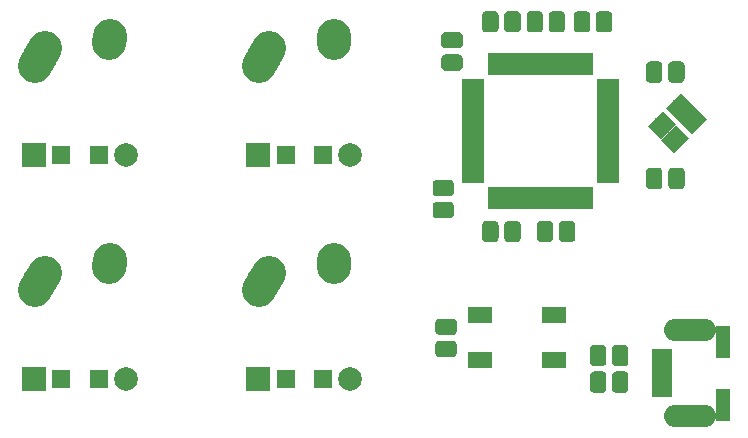
<source format=gbs>
G04 #@! TF.GenerationSoftware,KiCad,Pcbnew,(5.0.0-3-g5ebb6b6)*
G04 #@! TF.CreationDate,2018-09-23T16:07:04+01:00*
G04 #@! TF.ProjectId,PCB1,504342312E6B696361645F7063620000,rev?*
G04 #@! TF.SameCoordinates,Original*
G04 #@! TF.FileFunction,Soldermask,Bot*
G04 #@! TF.FilePolarity,Negative*
%FSLAX46Y46*%
G04 Gerber Fmt 4.6, Leading zero omitted, Abs format (unit mm)*
G04 Created by KiCad (PCBNEW (5.0.0-3-g5ebb6b6)) date Sunday, 23 September 2018 at 16:07:04*
%MOMM*%
%LPD*%
G01*
G04 APERTURE LIST*
%ADD10C,0.100000*%
%ADD11C,1.375000*%
%ADD12R,1.600000X1.600000*%
%ADD13R,2.000000X2.000000*%
%ADD14C,2.000000*%
%ADD15R,1.200000X2.750000*%
%ADD16R,1.800000X0.900000*%
%ADD17O,4.400000X1.900000*%
%ADD18C,2.900000*%
%ADD19C,2.900000*%
%ADD20R,2.100000X1.400000*%
%ADD21R,0.950000X1.900000*%
%ADD22R,1.900000X0.950000*%
%ADD23C,1.550000*%
G04 APERTURE END LIST*
D10*
G04 #@! TO.C,C1*
G36*
X160377443Y-54601655D02*
X160410812Y-54606605D01*
X160443535Y-54614802D01*
X160475297Y-54626166D01*
X160505793Y-54640590D01*
X160534727Y-54657932D01*
X160561823Y-54678028D01*
X160586818Y-54700682D01*
X160609472Y-54725677D01*
X160629568Y-54752773D01*
X160646910Y-54781707D01*
X160661334Y-54812203D01*
X160672698Y-54843965D01*
X160680895Y-54876688D01*
X160685845Y-54910057D01*
X160687500Y-54943750D01*
X160687500Y-56056250D01*
X160685845Y-56089943D01*
X160680895Y-56123312D01*
X160672698Y-56156035D01*
X160661334Y-56187797D01*
X160646910Y-56218293D01*
X160629568Y-56247227D01*
X160609472Y-56274323D01*
X160586818Y-56299318D01*
X160561823Y-56321972D01*
X160534727Y-56342068D01*
X160505793Y-56359410D01*
X160475297Y-56373834D01*
X160443535Y-56385198D01*
X160410812Y-56393395D01*
X160377443Y-56398345D01*
X160343750Y-56400000D01*
X159656250Y-56400000D01*
X159622557Y-56398345D01*
X159589188Y-56393395D01*
X159556465Y-56385198D01*
X159524703Y-56373834D01*
X159494207Y-56359410D01*
X159465273Y-56342068D01*
X159438177Y-56321972D01*
X159413182Y-56299318D01*
X159390528Y-56274323D01*
X159370432Y-56247227D01*
X159353090Y-56218293D01*
X159338666Y-56187797D01*
X159327302Y-56156035D01*
X159319105Y-56123312D01*
X159314155Y-56089943D01*
X159312500Y-56056250D01*
X159312500Y-54943750D01*
X159314155Y-54910057D01*
X159319105Y-54876688D01*
X159327302Y-54843965D01*
X159338666Y-54812203D01*
X159353090Y-54781707D01*
X159370432Y-54752773D01*
X159390528Y-54725677D01*
X159413182Y-54700682D01*
X159438177Y-54678028D01*
X159465273Y-54657932D01*
X159494207Y-54640590D01*
X159524703Y-54626166D01*
X159556465Y-54614802D01*
X159589188Y-54606605D01*
X159622557Y-54601655D01*
X159656250Y-54600000D01*
X160343750Y-54600000D01*
X160377443Y-54601655D01*
X160377443Y-54601655D01*
G37*
D11*
X160000000Y-55500000D03*
D10*
G36*
X158502443Y-54601655D02*
X158535812Y-54606605D01*
X158568535Y-54614802D01*
X158600297Y-54626166D01*
X158630793Y-54640590D01*
X158659727Y-54657932D01*
X158686823Y-54678028D01*
X158711818Y-54700682D01*
X158734472Y-54725677D01*
X158754568Y-54752773D01*
X158771910Y-54781707D01*
X158786334Y-54812203D01*
X158797698Y-54843965D01*
X158805895Y-54876688D01*
X158810845Y-54910057D01*
X158812500Y-54943750D01*
X158812500Y-56056250D01*
X158810845Y-56089943D01*
X158805895Y-56123312D01*
X158797698Y-56156035D01*
X158786334Y-56187797D01*
X158771910Y-56218293D01*
X158754568Y-56247227D01*
X158734472Y-56274323D01*
X158711818Y-56299318D01*
X158686823Y-56321972D01*
X158659727Y-56342068D01*
X158630793Y-56359410D01*
X158600297Y-56373834D01*
X158568535Y-56385198D01*
X158535812Y-56393395D01*
X158502443Y-56398345D01*
X158468750Y-56400000D01*
X157781250Y-56400000D01*
X157747557Y-56398345D01*
X157714188Y-56393395D01*
X157681465Y-56385198D01*
X157649703Y-56373834D01*
X157619207Y-56359410D01*
X157590273Y-56342068D01*
X157563177Y-56321972D01*
X157538182Y-56299318D01*
X157515528Y-56274323D01*
X157495432Y-56247227D01*
X157478090Y-56218293D01*
X157463666Y-56187797D01*
X157452302Y-56156035D01*
X157444105Y-56123312D01*
X157439155Y-56089943D01*
X157437500Y-56056250D01*
X157437500Y-54943750D01*
X157439155Y-54910057D01*
X157444105Y-54876688D01*
X157452302Y-54843965D01*
X157463666Y-54812203D01*
X157478090Y-54781707D01*
X157495432Y-54752773D01*
X157515528Y-54725677D01*
X157538182Y-54700682D01*
X157563177Y-54678028D01*
X157590273Y-54657932D01*
X157619207Y-54640590D01*
X157649703Y-54626166D01*
X157681465Y-54614802D01*
X157714188Y-54606605D01*
X157747557Y-54601655D01*
X157781250Y-54600000D01*
X158468750Y-54600000D01*
X158502443Y-54601655D01*
X158502443Y-54601655D01*
G37*
D11*
X158125000Y-55500000D03*
G04 #@! TD*
D10*
G04 #@! TO.C,C2*
G36*
X158502443Y-63601655D02*
X158535812Y-63606605D01*
X158568535Y-63614802D01*
X158600297Y-63626166D01*
X158630793Y-63640590D01*
X158659727Y-63657932D01*
X158686823Y-63678028D01*
X158711818Y-63700682D01*
X158734472Y-63725677D01*
X158754568Y-63752773D01*
X158771910Y-63781707D01*
X158786334Y-63812203D01*
X158797698Y-63843965D01*
X158805895Y-63876688D01*
X158810845Y-63910057D01*
X158812500Y-63943750D01*
X158812500Y-65056250D01*
X158810845Y-65089943D01*
X158805895Y-65123312D01*
X158797698Y-65156035D01*
X158786334Y-65187797D01*
X158771910Y-65218293D01*
X158754568Y-65247227D01*
X158734472Y-65274323D01*
X158711818Y-65299318D01*
X158686823Y-65321972D01*
X158659727Y-65342068D01*
X158630793Y-65359410D01*
X158600297Y-65373834D01*
X158568535Y-65385198D01*
X158535812Y-65393395D01*
X158502443Y-65398345D01*
X158468750Y-65400000D01*
X157781250Y-65400000D01*
X157747557Y-65398345D01*
X157714188Y-65393395D01*
X157681465Y-65385198D01*
X157649703Y-65373834D01*
X157619207Y-65359410D01*
X157590273Y-65342068D01*
X157563177Y-65321972D01*
X157538182Y-65299318D01*
X157515528Y-65274323D01*
X157495432Y-65247227D01*
X157478090Y-65218293D01*
X157463666Y-65187797D01*
X157452302Y-65156035D01*
X157444105Y-65123312D01*
X157439155Y-65089943D01*
X157437500Y-65056250D01*
X157437500Y-63943750D01*
X157439155Y-63910057D01*
X157444105Y-63876688D01*
X157452302Y-63843965D01*
X157463666Y-63812203D01*
X157478090Y-63781707D01*
X157495432Y-63752773D01*
X157515528Y-63725677D01*
X157538182Y-63700682D01*
X157563177Y-63678028D01*
X157590273Y-63657932D01*
X157619207Y-63640590D01*
X157649703Y-63626166D01*
X157681465Y-63614802D01*
X157714188Y-63606605D01*
X157747557Y-63601655D01*
X157781250Y-63600000D01*
X158468750Y-63600000D01*
X158502443Y-63601655D01*
X158502443Y-63601655D01*
G37*
D11*
X158125000Y-64500000D03*
D10*
G36*
X160377443Y-63601655D02*
X160410812Y-63606605D01*
X160443535Y-63614802D01*
X160475297Y-63626166D01*
X160505793Y-63640590D01*
X160534727Y-63657932D01*
X160561823Y-63678028D01*
X160586818Y-63700682D01*
X160609472Y-63725677D01*
X160629568Y-63752773D01*
X160646910Y-63781707D01*
X160661334Y-63812203D01*
X160672698Y-63843965D01*
X160680895Y-63876688D01*
X160685845Y-63910057D01*
X160687500Y-63943750D01*
X160687500Y-65056250D01*
X160685845Y-65089943D01*
X160680895Y-65123312D01*
X160672698Y-65156035D01*
X160661334Y-65187797D01*
X160646910Y-65218293D01*
X160629568Y-65247227D01*
X160609472Y-65274323D01*
X160586818Y-65299318D01*
X160561823Y-65321972D01*
X160534727Y-65342068D01*
X160505793Y-65359410D01*
X160475297Y-65373834D01*
X160443535Y-65385198D01*
X160410812Y-65393395D01*
X160377443Y-65398345D01*
X160343750Y-65400000D01*
X159656250Y-65400000D01*
X159622557Y-65398345D01*
X159589188Y-65393395D01*
X159556465Y-65385198D01*
X159524703Y-65373834D01*
X159494207Y-65359410D01*
X159465273Y-65342068D01*
X159438177Y-65321972D01*
X159413182Y-65299318D01*
X159390528Y-65274323D01*
X159370432Y-65247227D01*
X159353090Y-65218293D01*
X159338666Y-65187797D01*
X159327302Y-65156035D01*
X159319105Y-65123312D01*
X159314155Y-65089943D01*
X159312500Y-65056250D01*
X159312500Y-63943750D01*
X159314155Y-63910057D01*
X159319105Y-63876688D01*
X159327302Y-63843965D01*
X159338666Y-63812203D01*
X159353090Y-63781707D01*
X159370432Y-63752773D01*
X159390528Y-63725677D01*
X159413182Y-63700682D01*
X159438177Y-63678028D01*
X159465273Y-63657932D01*
X159494207Y-63640590D01*
X159524703Y-63626166D01*
X159556465Y-63614802D01*
X159589188Y-63606605D01*
X159622557Y-63601655D01*
X159656250Y-63600000D01*
X160343750Y-63600000D01*
X160377443Y-63601655D01*
X160377443Y-63601655D01*
G37*
D11*
X160000000Y-64500000D03*
G04 #@! TD*
D10*
G04 #@! TO.C,C3*
G36*
X144627443Y-50351655D02*
X144660812Y-50356605D01*
X144693535Y-50364802D01*
X144725297Y-50376166D01*
X144755793Y-50390590D01*
X144784727Y-50407932D01*
X144811823Y-50428028D01*
X144836818Y-50450682D01*
X144859472Y-50475677D01*
X144879568Y-50502773D01*
X144896910Y-50531707D01*
X144911334Y-50562203D01*
X144922698Y-50593965D01*
X144930895Y-50626688D01*
X144935845Y-50660057D01*
X144937500Y-50693750D01*
X144937500Y-51806250D01*
X144935845Y-51839943D01*
X144930895Y-51873312D01*
X144922698Y-51906035D01*
X144911334Y-51937797D01*
X144896910Y-51968293D01*
X144879568Y-51997227D01*
X144859472Y-52024323D01*
X144836818Y-52049318D01*
X144811823Y-52071972D01*
X144784727Y-52092068D01*
X144755793Y-52109410D01*
X144725297Y-52123834D01*
X144693535Y-52135198D01*
X144660812Y-52143395D01*
X144627443Y-52148345D01*
X144593750Y-52150000D01*
X143906250Y-52150000D01*
X143872557Y-52148345D01*
X143839188Y-52143395D01*
X143806465Y-52135198D01*
X143774703Y-52123834D01*
X143744207Y-52109410D01*
X143715273Y-52092068D01*
X143688177Y-52071972D01*
X143663182Y-52049318D01*
X143640528Y-52024323D01*
X143620432Y-51997227D01*
X143603090Y-51968293D01*
X143588666Y-51937797D01*
X143577302Y-51906035D01*
X143569105Y-51873312D01*
X143564155Y-51839943D01*
X143562500Y-51806250D01*
X143562500Y-50693750D01*
X143564155Y-50660057D01*
X143569105Y-50626688D01*
X143577302Y-50593965D01*
X143588666Y-50562203D01*
X143603090Y-50531707D01*
X143620432Y-50502773D01*
X143640528Y-50475677D01*
X143663182Y-50450682D01*
X143688177Y-50428028D01*
X143715273Y-50407932D01*
X143744207Y-50390590D01*
X143774703Y-50376166D01*
X143806465Y-50364802D01*
X143839188Y-50356605D01*
X143872557Y-50351655D01*
X143906250Y-50350000D01*
X144593750Y-50350000D01*
X144627443Y-50351655D01*
X144627443Y-50351655D01*
G37*
D11*
X144250000Y-51250000D03*
D10*
G36*
X146502443Y-50351655D02*
X146535812Y-50356605D01*
X146568535Y-50364802D01*
X146600297Y-50376166D01*
X146630793Y-50390590D01*
X146659727Y-50407932D01*
X146686823Y-50428028D01*
X146711818Y-50450682D01*
X146734472Y-50475677D01*
X146754568Y-50502773D01*
X146771910Y-50531707D01*
X146786334Y-50562203D01*
X146797698Y-50593965D01*
X146805895Y-50626688D01*
X146810845Y-50660057D01*
X146812500Y-50693750D01*
X146812500Y-51806250D01*
X146810845Y-51839943D01*
X146805895Y-51873312D01*
X146797698Y-51906035D01*
X146786334Y-51937797D01*
X146771910Y-51968293D01*
X146754568Y-51997227D01*
X146734472Y-52024323D01*
X146711818Y-52049318D01*
X146686823Y-52071972D01*
X146659727Y-52092068D01*
X146630793Y-52109410D01*
X146600297Y-52123834D01*
X146568535Y-52135198D01*
X146535812Y-52143395D01*
X146502443Y-52148345D01*
X146468750Y-52150000D01*
X145781250Y-52150000D01*
X145747557Y-52148345D01*
X145714188Y-52143395D01*
X145681465Y-52135198D01*
X145649703Y-52123834D01*
X145619207Y-52109410D01*
X145590273Y-52092068D01*
X145563177Y-52071972D01*
X145538182Y-52049318D01*
X145515528Y-52024323D01*
X145495432Y-51997227D01*
X145478090Y-51968293D01*
X145463666Y-51937797D01*
X145452302Y-51906035D01*
X145444105Y-51873312D01*
X145439155Y-51839943D01*
X145437500Y-51806250D01*
X145437500Y-50693750D01*
X145439155Y-50660057D01*
X145444105Y-50626688D01*
X145452302Y-50593965D01*
X145463666Y-50562203D01*
X145478090Y-50531707D01*
X145495432Y-50502773D01*
X145515528Y-50475677D01*
X145538182Y-50450682D01*
X145563177Y-50428028D01*
X145590273Y-50407932D01*
X145619207Y-50390590D01*
X145649703Y-50376166D01*
X145681465Y-50364802D01*
X145714188Y-50356605D01*
X145747557Y-50351655D01*
X145781250Y-50350000D01*
X146468750Y-50350000D01*
X146502443Y-50351655D01*
X146502443Y-50351655D01*
G37*
D11*
X146125000Y-51250000D03*
G04 #@! TD*
D10*
G04 #@! TO.C,C4*
G36*
X140839943Y-66501655D02*
X140873312Y-66506605D01*
X140906035Y-66514802D01*
X140937797Y-66526166D01*
X140968293Y-66540590D01*
X140997227Y-66557932D01*
X141024323Y-66578028D01*
X141049318Y-66600682D01*
X141071972Y-66625677D01*
X141092068Y-66652773D01*
X141109410Y-66681707D01*
X141123834Y-66712203D01*
X141135198Y-66743965D01*
X141143395Y-66776688D01*
X141148345Y-66810057D01*
X141150000Y-66843750D01*
X141150000Y-67531250D01*
X141148345Y-67564943D01*
X141143395Y-67598312D01*
X141135198Y-67631035D01*
X141123834Y-67662797D01*
X141109410Y-67693293D01*
X141092068Y-67722227D01*
X141071972Y-67749323D01*
X141049318Y-67774318D01*
X141024323Y-67796972D01*
X140997227Y-67817068D01*
X140968293Y-67834410D01*
X140937797Y-67848834D01*
X140906035Y-67860198D01*
X140873312Y-67868395D01*
X140839943Y-67873345D01*
X140806250Y-67875000D01*
X139693750Y-67875000D01*
X139660057Y-67873345D01*
X139626688Y-67868395D01*
X139593965Y-67860198D01*
X139562203Y-67848834D01*
X139531707Y-67834410D01*
X139502773Y-67817068D01*
X139475677Y-67796972D01*
X139450682Y-67774318D01*
X139428028Y-67749323D01*
X139407932Y-67722227D01*
X139390590Y-67693293D01*
X139376166Y-67662797D01*
X139364802Y-67631035D01*
X139356605Y-67598312D01*
X139351655Y-67564943D01*
X139350000Y-67531250D01*
X139350000Y-66843750D01*
X139351655Y-66810057D01*
X139356605Y-66776688D01*
X139364802Y-66743965D01*
X139376166Y-66712203D01*
X139390590Y-66681707D01*
X139407932Y-66652773D01*
X139428028Y-66625677D01*
X139450682Y-66600682D01*
X139475677Y-66578028D01*
X139502773Y-66557932D01*
X139531707Y-66540590D01*
X139562203Y-66526166D01*
X139593965Y-66514802D01*
X139626688Y-66506605D01*
X139660057Y-66501655D01*
X139693750Y-66500000D01*
X140806250Y-66500000D01*
X140839943Y-66501655D01*
X140839943Y-66501655D01*
G37*
D11*
X140250000Y-67187500D03*
D10*
G36*
X140839943Y-64626655D02*
X140873312Y-64631605D01*
X140906035Y-64639802D01*
X140937797Y-64651166D01*
X140968293Y-64665590D01*
X140997227Y-64682932D01*
X141024323Y-64703028D01*
X141049318Y-64725682D01*
X141071972Y-64750677D01*
X141092068Y-64777773D01*
X141109410Y-64806707D01*
X141123834Y-64837203D01*
X141135198Y-64868965D01*
X141143395Y-64901688D01*
X141148345Y-64935057D01*
X141150000Y-64968750D01*
X141150000Y-65656250D01*
X141148345Y-65689943D01*
X141143395Y-65723312D01*
X141135198Y-65756035D01*
X141123834Y-65787797D01*
X141109410Y-65818293D01*
X141092068Y-65847227D01*
X141071972Y-65874323D01*
X141049318Y-65899318D01*
X141024323Y-65921972D01*
X140997227Y-65942068D01*
X140968293Y-65959410D01*
X140937797Y-65973834D01*
X140906035Y-65985198D01*
X140873312Y-65993395D01*
X140839943Y-65998345D01*
X140806250Y-66000000D01*
X139693750Y-66000000D01*
X139660057Y-65998345D01*
X139626688Y-65993395D01*
X139593965Y-65985198D01*
X139562203Y-65973834D01*
X139531707Y-65959410D01*
X139502773Y-65942068D01*
X139475677Y-65921972D01*
X139450682Y-65899318D01*
X139428028Y-65874323D01*
X139407932Y-65847227D01*
X139390590Y-65818293D01*
X139376166Y-65787797D01*
X139364802Y-65756035D01*
X139356605Y-65723312D01*
X139351655Y-65689943D01*
X139350000Y-65656250D01*
X139350000Y-64968750D01*
X139351655Y-64935057D01*
X139356605Y-64901688D01*
X139364802Y-64868965D01*
X139376166Y-64837203D01*
X139390590Y-64806707D01*
X139407932Y-64777773D01*
X139428028Y-64750677D01*
X139450682Y-64725682D01*
X139475677Y-64703028D01*
X139502773Y-64682932D01*
X139531707Y-64665590D01*
X139562203Y-64651166D01*
X139593965Y-64639802D01*
X139626688Y-64631605D01*
X139660057Y-64626655D01*
X139693750Y-64625000D01*
X140806250Y-64625000D01*
X140839943Y-64626655D01*
X140839943Y-64626655D01*
G37*
D11*
X140250000Y-65312500D03*
G04 #@! TD*
D10*
G04 #@! TO.C,C5*
G36*
X151127443Y-68101655D02*
X151160812Y-68106605D01*
X151193535Y-68114802D01*
X151225297Y-68126166D01*
X151255793Y-68140590D01*
X151284727Y-68157932D01*
X151311823Y-68178028D01*
X151336818Y-68200682D01*
X151359472Y-68225677D01*
X151379568Y-68252773D01*
X151396910Y-68281707D01*
X151411334Y-68312203D01*
X151422698Y-68343965D01*
X151430895Y-68376688D01*
X151435845Y-68410057D01*
X151437500Y-68443750D01*
X151437500Y-69556250D01*
X151435845Y-69589943D01*
X151430895Y-69623312D01*
X151422698Y-69656035D01*
X151411334Y-69687797D01*
X151396910Y-69718293D01*
X151379568Y-69747227D01*
X151359472Y-69774323D01*
X151336818Y-69799318D01*
X151311823Y-69821972D01*
X151284727Y-69842068D01*
X151255793Y-69859410D01*
X151225297Y-69873834D01*
X151193535Y-69885198D01*
X151160812Y-69893395D01*
X151127443Y-69898345D01*
X151093750Y-69900000D01*
X150406250Y-69900000D01*
X150372557Y-69898345D01*
X150339188Y-69893395D01*
X150306465Y-69885198D01*
X150274703Y-69873834D01*
X150244207Y-69859410D01*
X150215273Y-69842068D01*
X150188177Y-69821972D01*
X150163182Y-69799318D01*
X150140528Y-69774323D01*
X150120432Y-69747227D01*
X150103090Y-69718293D01*
X150088666Y-69687797D01*
X150077302Y-69656035D01*
X150069105Y-69623312D01*
X150064155Y-69589943D01*
X150062500Y-69556250D01*
X150062500Y-68443750D01*
X150064155Y-68410057D01*
X150069105Y-68376688D01*
X150077302Y-68343965D01*
X150088666Y-68312203D01*
X150103090Y-68281707D01*
X150120432Y-68252773D01*
X150140528Y-68225677D01*
X150163182Y-68200682D01*
X150188177Y-68178028D01*
X150215273Y-68157932D01*
X150244207Y-68140590D01*
X150274703Y-68126166D01*
X150306465Y-68114802D01*
X150339188Y-68106605D01*
X150372557Y-68101655D01*
X150406250Y-68100000D01*
X151093750Y-68100000D01*
X151127443Y-68101655D01*
X151127443Y-68101655D01*
G37*
D11*
X150750000Y-69000000D03*
D10*
G36*
X149252443Y-68101655D02*
X149285812Y-68106605D01*
X149318535Y-68114802D01*
X149350297Y-68126166D01*
X149380793Y-68140590D01*
X149409727Y-68157932D01*
X149436823Y-68178028D01*
X149461818Y-68200682D01*
X149484472Y-68225677D01*
X149504568Y-68252773D01*
X149521910Y-68281707D01*
X149536334Y-68312203D01*
X149547698Y-68343965D01*
X149555895Y-68376688D01*
X149560845Y-68410057D01*
X149562500Y-68443750D01*
X149562500Y-69556250D01*
X149560845Y-69589943D01*
X149555895Y-69623312D01*
X149547698Y-69656035D01*
X149536334Y-69687797D01*
X149521910Y-69718293D01*
X149504568Y-69747227D01*
X149484472Y-69774323D01*
X149461818Y-69799318D01*
X149436823Y-69821972D01*
X149409727Y-69842068D01*
X149380793Y-69859410D01*
X149350297Y-69873834D01*
X149318535Y-69885198D01*
X149285812Y-69893395D01*
X149252443Y-69898345D01*
X149218750Y-69900000D01*
X148531250Y-69900000D01*
X148497557Y-69898345D01*
X148464188Y-69893395D01*
X148431465Y-69885198D01*
X148399703Y-69873834D01*
X148369207Y-69859410D01*
X148340273Y-69842068D01*
X148313177Y-69821972D01*
X148288182Y-69799318D01*
X148265528Y-69774323D01*
X148245432Y-69747227D01*
X148228090Y-69718293D01*
X148213666Y-69687797D01*
X148202302Y-69656035D01*
X148194105Y-69623312D01*
X148189155Y-69589943D01*
X148187500Y-69556250D01*
X148187500Y-68443750D01*
X148189155Y-68410057D01*
X148194105Y-68376688D01*
X148202302Y-68343965D01*
X148213666Y-68312203D01*
X148228090Y-68281707D01*
X148245432Y-68252773D01*
X148265528Y-68225677D01*
X148288182Y-68200682D01*
X148313177Y-68178028D01*
X148340273Y-68157932D01*
X148369207Y-68140590D01*
X148399703Y-68126166D01*
X148431465Y-68114802D01*
X148464188Y-68106605D01*
X148497557Y-68101655D01*
X148531250Y-68100000D01*
X149218750Y-68100000D01*
X149252443Y-68101655D01*
X149252443Y-68101655D01*
G37*
D11*
X148875000Y-69000000D03*
G04 #@! TD*
D10*
G04 #@! TO.C,C6*
G36*
X154252443Y-50351655D02*
X154285812Y-50356605D01*
X154318535Y-50364802D01*
X154350297Y-50376166D01*
X154380793Y-50390590D01*
X154409727Y-50407932D01*
X154436823Y-50428028D01*
X154461818Y-50450682D01*
X154484472Y-50475677D01*
X154504568Y-50502773D01*
X154521910Y-50531707D01*
X154536334Y-50562203D01*
X154547698Y-50593965D01*
X154555895Y-50626688D01*
X154560845Y-50660057D01*
X154562500Y-50693750D01*
X154562500Y-51806250D01*
X154560845Y-51839943D01*
X154555895Y-51873312D01*
X154547698Y-51906035D01*
X154536334Y-51937797D01*
X154521910Y-51968293D01*
X154504568Y-51997227D01*
X154484472Y-52024323D01*
X154461818Y-52049318D01*
X154436823Y-52071972D01*
X154409727Y-52092068D01*
X154380793Y-52109410D01*
X154350297Y-52123834D01*
X154318535Y-52135198D01*
X154285812Y-52143395D01*
X154252443Y-52148345D01*
X154218750Y-52150000D01*
X153531250Y-52150000D01*
X153497557Y-52148345D01*
X153464188Y-52143395D01*
X153431465Y-52135198D01*
X153399703Y-52123834D01*
X153369207Y-52109410D01*
X153340273Y-52092068D01*
X153313177Y-52071972D01*
X153288182Y-52049318D01*
X153265528Y-52024323D01*
X153245432Y-51997227D01*
X153228090Y-51968293D01*
X153213666Y-51937797D01*
X153202302Y-51906035D01*
X153194105Y-51873312D01*
X153189155Y-51839943D01*
X153187500Y-51806250D01*
X153187500Y-50693750D01*
X153189155Y-50660057D01*
X153194105Y-50626688D01*
X153202302Y-50593965D01*
X153213666Y-50562203D01*
X153228090Y-50531707D01*
X153245432Y-50502773D01*
X153265528Y-50475677D01*
X153288182Y-50450682D01*
X153313177Y-50428028D01*
X153340273Y-50407932D01*
X153369207Y-50390590D01*
X153399703Y-50376166D01*
X153431465Y-50364802D01*
X153464188Y-50356605D01*
X153497557Y-50351655D01*
X153531250Y-50350000D01*
X154218750Y-50350000D01*
X154252443Y-50351655D01*
X154252443Y-50351655D01*
G37*
D11*
X153875000Y-51250000D03*
D10*
G36*
X152377443Y-50351655D02*
X152410812Y-50356605D01*
X152443535Y-50364802D01*
X152475297Y-50376166D01*
X152505793Y-50390590D01*
X152534727Y-50407932D01*
X152561823Y-50428028D01*
X152586818Y-50450682D01*
X152609472Y-50475677D01*
X152629568Y-50502773D01*
X152646910Y-50531707D01*
X152661334Y-50562203D01*
X152672698Y-50593965D01*
X152680895Y-50626688D01*
X152685845Y-50660057D01*
X152687500Y-50693750D01*
X152687500Y-51806250D01*
X152685845Y-51839943D01*
X152680895Y-51873312D01*
X152672698Y-51906035D01*
X152661334Y-51937797D01*
X152646910Y-51968293D01*
X152629568Y-51997227D01*
X152609472Y-52024323D01*
X152586818Y-52049318D01*
X152561823Y-52071972D01*
X152534727Y-52092068D01*
X152505793Y-52109410D01*
X152475297Y-52123834D01*
X152443535Y-52135198D01*
X152410812Y-52143395D01*
X152377443Y-52148345D01*
X152343750Y-52150000D01*
X151656250Y-52150000D01*
X151622557Y-52148345D01*
X151589188Y-52143395D01*
X151556465Y-52135198D01*
X151524703Y-52123834D01*
X151494207Y-52109410D01*
X151465273Y-52092068D01*
X151438177Y-52071972D01*
X151413182Y-52049318D01*
X151390528Y-52024323D01*
X151370432Y-51997227D01*
X151353090Y-51968293D01*
X151338666Y-51937797D01*
X151327302Y-51906035D01*
X151319105Y-51873312D01*
X151314155Y-51839943D01*
X151312500Y-51806250D01*
X151312500Y-50693750D01*
X151314155Y-50660057D01*
X151319105Y-50626688D01*
X151327302Y-50593965D01*
X151338666Y-50562203D01*
X151353090Y-50531707D01*
X151370432Y-50502773D01*
X151390528Y-50475677D01*
X151413182Y-50450682D01*
X151438177Y-50428028D01*
X151465273Y-50407932D01*
X151494207Y-50390590D01*
X151524703Y-50376166D01*
X151556465Y-50364802D01*
X151589188Y-50356605D01*
X151622557Y-50351655D01*
X151656250Y-50350000D01*
X152343750Y-50350000D01*
X152377443Y-50351655D01*
X152377443Y-50351655D01*
G37*
D11*
X152000000Y-51250000D03*
G04 #@! TD*
D10*
G04 #@! TO.C,C7*
G36*
X141589943Y-52126655D02*
X141623312Y-52131605D01*
X141656035Y-52139802D01*
X141687797Y-52151166D01*
X141718293Y-52165590D01*
X141747227Y-52182932D01*
X141774323Y-52203028D01*
X141799318Y-52225682D01*
X141821972Y-52250677D01*
X141842068Y-52277773D01*
X141859410Y-52306707D01*
X141873834Y-52337203D01*
X141885198Y-52368965D01*
X141893395Y-52401688D01*
X141898345Y-52435057D01*
X141900000Y-52468750D01*
X141900000Y-53156250D01*
X141898345Y-53189943D01*
X141893395Y-53223312D01*
X141885198Y-53256035D01*
X141873834Y-53287797D01*
X141859410Y-53318293D01*
X141842068Y-53347227D01*
X141821972Y-53374323D01*
X141799318Y-53399318D01*
X141774323Y-53421972D01*
X141747227Y-53442068D01*
X141718293Y-53459410D01*
X141687797Y-53473834D01*
X141656035Y-53485198D01*
X141623312Y-53493395D01*
X141589943Y-53498345D01*
X141556250Y-53500000D01*
X140443750Y-53500000D01*
X140410057Y-53498345D01*
X140376688Y-53493395D01*
X140343965Y-53485198D01*
X140312203Y-53473834D01*
X140281707Y-53459410D01*
X140252773Y-53442068D01*
X140225677Y-53421972D01*
X140200682Y-53399318D01*
X140178028Y-53374323D01*
X140157932Y-53347227D01*
X140140590Y-53318293D01*
X140126166Y-53287797D01*
X140114802Y-53256035D01*
X140106605Y-53223312D01*
X140101655Y-53189943D01*
X140100000Y-53156250D01*
X140100000Y-52468750D01*
X140101655Y-52435057D01*
X140106605Y-52401688D01*
X140114802Y-52368965D01*
X140126166Y-52337203D01*
X140140590Y-52306707D01*
X140157932Y-52277773D01*
X140178028Y-52250677D01*
X140200682Y-52225682D01*
X140225677Y-52203028D01*
X140252773Y-52182932D01*
X140281707Y-52165590D01*
X140312203Y-52151166D01*
X140343965Y-52139802D01*
X140376688Y-52131605D01*
X140410057Y-52126655D01*
X140443750Y-52125000D01*
X141556250Y-52125000D01*
X141589943Y-52126655D01*
X141589943Y-52126655D01*
G37*
D11*
X141000000Y-52812500D03*
D10*
G36*
X141589943Y-54001655D02*
X141623312Y-54006605D01*
X141656035Y-54014802D01*
X141687797Y-54026166D01*
X141718293Y-54040590D01*
X141747227Y-54057932D01*
X141774323Y-54078028D01*
X141799318Y-54100682D01*
X141821972Y-54125677D01*
X141842068Y-54152773D01*
X141859410Y-54181707D01*
X141873834Y-54212203D01*
X141885198Y-54243965D01*
X141893395Y-54276688D01*
X141898345Y-54310057D01*
X141900000Y-54343750D01*
X141900000Y-55031250D01*
X141898345Y-55064943D01*
X141893395Y-55098312D01*
X141885198Y-55131035D01*
X141873834Y-55162797D01*
X141859410Y-55193293D01*
X141842068Y-55222227D01*
X141821972Y-55249323D01*
X141799318Y-55274318D01*
X141774323Y-55296972D01*
X141747227Y-55317068D01*
X141718293Y-55334410D01*
X141687797Y-55348834D01*
X141656035Y-55360198D01*
X141623312Y-55368395D01*
X141589943Y-55373345D01*
X141556250Y-55375000D01*
X140443750Y-55375000D01*
X140410057Y-55373345D01*
X140376688Y-55368395D01*
X140343965Y-55360198D01*
X140312203Y-55348834D01*
X140281707Y-55334410D01*
X140252773Y-55317068D01*
X140225677Y-55296972D01*
X140200682Y-55274318D01*
X140178028Y-55249323D01*
X140157932Y-55222227D01*
X140140590Y-55193293D01*
X140126166Y-55162797D01*
X140114802Y-55131035D01*
X140106605Y-55098312D01*
X140101655Y-55064943D01*
X140100000Y-55031250D01*
X140100000Y-54343750D01*
X140101655Y-54310057D01*
X140106605Y-54276688D01*
X140114802Y-54243965D01*
X140126166Y-54212203D01*
X140140590Y-54181707D01*
X140157932Y-54152773D01*
X140178028Y-54125677D01*
X140200682Y-54100682D01*
X140225677Y-54078028D01*
X140252773Y-54057932D01*
X140281707Y-54040590D01*
X140312203Y-54026166D01*
X140343965Y-54014802D01*
X140376688Y-54006605D01*
X140410057Y-54001655D01*
X140443750Y-54000000D01*
X141556250Y-54000000D01*
X141589943Y-54001655D01*
X141589943Y-54001655D01*
G37*
D11*
X141000000Y-54687500D03*
G04 #@! TD*
D10*
G04 #@! TO.C,C8*
G36*
X148377443Y-50351655D02*
X148410812Y-50356605D01*
X148443535Y-50364802D01*
X148475297Y-50376166D01*
X148505793Y-50390590D01*
X148534727Y-50407932D01*
X148561823Y-50428028D01*
X148586818Y-50450682D01*
X148609472Y-50475677D01*
X148629568Y-50502773D01*
X148646910Y-50531707D01*
X148661334Y-50562203D01*
X148672698Y-50593965D01*
X148680895Y-50626688D01*
X148685845Y-50660057D01*
X148687500Y-50693750D01*
X148687500Y-51806250D01*
X148685845Y-51839943D01*
X148680895Y-51873312D01*
X148672698Y-51906035D01*
X148661334Y-51937797D01*
X148646910Y-51968293D01*
X148629568Y-51997227D01*
X148609472Y-52024323D01*
X148586818Y-52049318D01*
X148561823Y-52071972D01*
X148534727Y-52092068D01*
X148505793Y-52109410D01*
X148475297Y-52123834D01*
X148443535Y-52135198D01*
X148410812Y-52143395D01*
X148377443Y-52148345D01*
X148343750Y-52150000D01*
X147656250Y-52150000D01*
X147622557Y-52148345D01*
X147589188Y-52143395D01*
X147556465Y-52135198D01*
X147524703Y-52123834D01*
X147494207Y-52109410D01*
X147465273Y-52092068D01*
X147438177Y-52071972D01*
X147413182Y-52049318D01*
X147390528Y-52024323D01*
X147370432Y-51997227D01*
X147353090Y-51968293D01*
X147338666Y-51937797D01*
X147327302Y-51906035D01*
X147319105Y-51873312D01*
X147314155Y-51839943D01*
X147312500Y-51806250D01*
X147312500Y-50693750D01*
X147314155Y-50660057D01*
X147319105Y-50626688D01*
X147327302Y-50593965D01*
X147338666Y-50562203D01*
X147353090Y-50531707D01*
X147370432Y-50502773D01*
X147390528Y-50475677D01*
X147413182Y-50450682D01*
X147438177Y-50428028D01*
X147465273Y-50407932D01*
X147494207Y-50390590D01*
X147524703Y-50376166D01*
X147556465Y-50364802D01*
X147589188Y-50356605D01*
X147622557Y-50351655D01*
X147656250Y-50350000D01*
X148343750Y-50350000D01*
X148377443Y-50351655D01*
X148377443Y-50351655D01*
G37*
D11*
X148000000Y-51250000D03*
D10*
G36*
X150252443Y-50351655D02*
X150285812Y-50356605D01*
X150318535Y-50364802D01*
X150350297Y-50376166D01*
X150380793Y-50390590D01*
X150409727Y-50407932D01*
X150436823Y-50428028D01*
X150461818Y-50450682D01*
X150484472Y-50475677D01*
X150504568Y-50502773D01*
X150521910Y-50531707D01*
X150536334Y-50562203D01*
X150547698Y-50593965D01*
X150555895Y-50626688D01*
X150560845Y-50660057D01*
X150562500Y-50693750D01*
X150562500Y-51806250D01*
X150560845Y-51839943D01*
X150555895Y-51873312D01*
X150547698Y-51906035D01*
X150536334Y-51937797D01*
X150521910Y-51968293D01*
X150504568Y-51997227D01*
X150484472Y-52024323D01*
X150461818Y-52049318D01*
X150436823Y-52071972D01*
X150409727Y-52092068D01*
X150380793Y-52109410D01*
X150350297Y-52123834D01*
X150318535Y-52135198D01*
X150285812Y-52143395D01*
X150252443Y-52148345D01*
X150218750Y-52150000D01*
X149531250Y-52150000D01*
X149497557Y-52148345D01*
X149464188Y-52143395D01*
X149431465Y-52135198D01*
X149399703Y-52123834D01*
X149369207Y-52109410D01*
X149340273Y-52092068D01*
X149313177Y-52071972D01*
X149288182Y-52049318D01*
X149265528Y-52024323D01*
X149245432Y-51997227D01*
X149228090Y-51968293D01*
X149213666Y-51937797D01*
X149202302Y-51906035D01*
X149194105Y-51873312D01*
X149189155Y-51839943D01*
X149187500Y-51806250D01*
X149187500Y-50693750D01*
X149189155Y-50660057D01*
X149194105Y-50626688D01*
X149202302Y-50593965D01*
X149213666Y-50562203D01*
X149228090Y-50531707D01*
X149245432Y-50502773D01*
X149265528Y-50475677D01*
X149288182Y-50450682D01*
X149313177Y-50428028D01*
X149340273Y-50407932D01*
X149369207Y-50390590D01*
X149399703Y-50376166D01*
X149431465Y-50364802D01*
X149464188Y-50356605D01*
X149497557Y-50351655D01*
X149531250Y-50350000D01*
X150218750Y-50350000D01*
X150252443Y-50351655D01*
X150252443Y-50351655D01*
G37*
D11*
X149875000Y-51250000D03*
G04 #@! TD*
D12*
G04 #@! TO.C,D1*
X111075000Y-62500000D03*
X107925000Y-62500000D03*
D13*
X105600000Y-62500000D03*
D14*
X113400000Y-62500000D03*
G04 #@! TD*
D12*
G04 #@! TO.C,D2*
X111075000Y-81500000D03*
X107925000Y-81500000D03*
D13*
X105600000Y-81500000D03*
D14*
X113400000Y-81500000D03*
G04 #@! TD*
G04 #@! TO.C,D3*
X132400000Y-62500000D03*
D13*
X124600000Y-62500000D03*
D12*
X126925000Y-62500000D03*
X130075000Y-62500000D03*
G04 #@! TD*
D14*
G04 #@! TO.C,D4*
X132400000Y-81500000D03*
D13*
X124600000Y-81500000D03*
D12*
X126925000Y-81500000D03*
X130075000Y-81500000D03*
G04 #@! TD*
D15*
G04 #@! TO.C,J1*
X163950000Y-83675000D03*
X163950000Y-78325000D03*
D16*
X158750000Y-79400000D03*
X158750000Y-80200000D03*
X158750000Y-81000000D03*
X158750000Y-81800000D03*
X158750000Y-82600000D03*
D17*
X161150000Y-77350000D03*
X161150000Y-84650000D03*
G04 #@! TD*
D18*
G04 #@! TO.C,K1*
X106095000Y-54230000D03*
D19*
X106500453Y-53500046D02*
X105689547Y-54959954D01*
D18*
X112020000Y-52710000D03*
D19*
X112039724Y-52420672D02*
X112000276Y-52999328D01*
G04 #@! TD*
D18*
G04 #@! TO.C,K2*
X106095000Y-73230000D03*
D19*
X106500453Y-72500046D02*
X105689547Y-73959954D01*
D18*
X112020000Y-71710000D03*
D19*
X112039724Y-71420672D02*
X112000276Y-71999328D01*
G04 #@! TD*
D18*
G04 #@! TO.C,K3*
X131020000Y-52710000D03*
D19*
X131039724Y-52420672D02*
X131000276Y-52999328D01*
D18*
X125095000Y-54230000D03*
D19*
X125500453Y-53500046D02*
X124689547Y-54959954D01*
G04 #@! TD*
D18*
G04 #@! TO.C,K4*
X131020000Y-71710000D03*
D19*
X131039724Y-71420672D02*
X131000276Y-71999328D01*
D18*
X125095000Y-73230000D03*
D19*
X125500453Y-72500046D02*
X124689547Y-73959954D01*
G04 #@! TD*
D10*
G04 #@! TO.C,R1*
G36*
X141089943Y-78251655D02*
X141123312Y-78256605D01*
X141156035Y-78264802D01*
X141187797Y-78276166D01*
X141218293Y-78290590D01*
X141247227Y-78307932D01*
X141274323Y-78328028D01*
X141299318Y-78350682D01*
X141321972Y-78375677D01*
X141342068Y-78402773D01*
X141359410Y-78431707D01*
X141373834Y-78462203D01*
X141385198Y-78493965D01*
X141393395Y-78526688D01*
X141398345Y-78560057D01*
X141400000Y-78593750D01*
X141400000Y-79281250D01*
X141398345Y-79314943D01*
X141393395Y-79348312D01*
X141385198Y-79381035D01*
X141373834Y-79412797D01*
X141359410Y-79443293D01*
X141342068Y-79472227D01*
X141321972Y-79499323D01*
X141299318Y-79524318D01*
X141274323Y-79546972D01*
X141247227Y-79567068D01*
X141218293Y-79584410D01*
X141187797Y-79598834D01*
X141156035Y-79610198D01*
X141123312Y-79618395D01*
X141089943Y-79623345D01*
X141056250Y-79625000D01*
X139943750Y-79625000D01*
X139910057Y-79623345D01*
X139876688Y-79618395D01*
X139843965Y-79610198D01*
X139812203Y-79598834D01*
X139781707Y-79584410D01*
X139752773Y-79567068D01*
X139725677Y-79546972D01*
X139700682Y-79524318D01*
X139678028Y-79499323D01*
X139657932Y-79472227D01*
X139640590Y-79443293D01*
X139626166Y-79412797D01*
X139614802Y-79381035D01*
X139606605Y-79348312D01*
X139601655Y-79314943D01*
X139600000Y-79281250D01*
X139600000Y-78593750D01*
X139601655Y-78560057D01*
X139606605Y-78526688D01*
X139614802Y-78493965D01*
X139626166Y-78462203D01*
X139640590Y-78431707D01*
X139657932Y-78402773D01*
X139678028Y-78375677D01*
X139700682Y-78350682D01*
X139725677Y-78328028D01*
X139752773Y-78307932D01*
X139781707Y-78290590D01*
X139812203Y-78276166D01*
X139843965Y-78264802D01*
X139876688Y-78256605D01*
X139910057Y-78251655D01*
X139943750Y-78250000D01*
X141056250Y-78250000D01*
X141089943Y-78251655D01*
X141089943Y-78251655D01*
G37*
D11*
X140500000Y-78937500D03*
D10*
G36*
X141089943Y-76376655D02*
X141123312Y-76381605D01*
X141156035Y-76389802D01*
X141187797Y-76401166D01*
X141218293Y-76415590D01*
X141247227Y-76432932D01*
X141274323Y-76453028D01*
X141299318Y-76475682D01*
X141321972Y-76500677D01*
X141342068Y-76527773D01*
X141359410Y-76556707D01*
X141373834Y-76587203D01*
X141385198Y-76618965D01*
X141393395Y-76651688D01*
X141398345Y-76685057D01*
X141400000Y-76718750D01*
X141400000Y-77406250D01*
X141398345Y-77439943D01*
X141393395Y-77473312D01*
X141385198Y-77506035D01*
X141373834Y-77537797D01*
X141359410Y-77568293D01*
X141342068Y-77597227D01*
X141321972Y-77624323D01*
X141299318Y-77649318D01*
X141274323Y-77671972D01*
X141247227Y-77692068D01*
X141218293Y-77709410D01*
X141187797Y-77723834D01*
X141156035Y-77735198D01*
X141123312Y-77743395D01*
X141089943Y-77748345D01*
X141056250Y-77750000D01*
X139943750Y-77750000D01*
X139910057Y-77748345D01*
X139876688Y-77743395D01*
X139843965Y-77735198D01*
X139812203Y-77723834D01*
X139781707Y-77709410D01*
X139752773Y-77692068D01*
X139725677Y-77671972D01*
X139700682Y-77649318D01*
X139678028Y-77624323D01*
X139657932Y-77597227D01*
X139640590Y-77568293D01*
X139626166Y-77537797D01*
X139614802Y-77506035D01*
X139606605Y-77473312D01*
X139601655Y-77439943D01*
X139600000Y-77406250D01*
X139600000Y-76718750D01*
X139601655Y-76685057D01*
X139606605Y-76651688D01*
X139614802Y-76618965D01*
X139626166Y-76587203D01*
X139640590Y-76556707D01*
X139657932Y-76527773D01*
X139678028Y-76500677D01*
X139700682Y-76475682D01*
X139725677Y-76453028D01*
X139752773Y-76432932D01*
X139781707Y-76415590D01*
X139812203Y-76401166D01*
X139843965Y-76389802D01*
X139876688Y-76381605D01*
X139910057Y-76376655D01*
X139943750Y-76375000D01*
X141056250Y-76375000D01*
X141089943Y-76376655D01*
X141089943Y-76376655D01*
G37*
D11*
X140500000Y-77062500D03*
G04 #@! TD*
D10*
G04 #@! TO.C,R2*
G36*
X144627443Y-68101655D02*
X144660812Y-68106605D01*
X144693535Y-68114802D01*
X144725297Y-68126166D01*
X144755793Y-68140590D01*
X144784727Y-68157932D01*
X144811823Y-68178028D01*
X144836818Y-68200682D01*
X144859472Y-68225677D01*
X144879568Y-68252773D01*
X144896910Y-68281707D01*
X144911334Y-68312203D01*
X144922698Y-68343965D01*
X144930895Y-68376688D01*
X144935845Y-68410057D01*
X144937500Y-68443750D01*
X144937500Y-69556250D01*
X144935845Y-69589943D01*
X144930895Y-69623312D01*
X144922698Y-69656035D01*
X144911334Y-69687797D01*
X144896910Y-69718293D01*
X144879568Y-69747227D01*
X144859472Y-69774323D01*
X144836818Y-69799318D01*
X144811823Y-69821972D01*
X144784727Y-69842068D01*
X144755793Y-69859410D01*
X144725297Y-69873834D01*
X144693535Y-69885198D01*
X144660812Y-69893395D01*
X144627443Y-69898345D01*
X144593750Y-69900000D01*
X143906250Y-69900000D01*
X143872557Y-69898345D01*
X143839188Y-69893395D01*
X143806465Y-69885198D01*
X143774703Y-69873834D01*
X143744207Y-69859410D01*
X143715273Y-69842068D01*
X143688177Y-69821972D01*
X143663182Y-69799318D01*
X143640528Y-69774323D01*
X143620432Y-69747227D01*
X143603090Y-69718293D01*
X143588666Y-69687797D01*
X143577302Y-69656035D01*
X143569105Y-69623312D01*
X143564155Y-69589943D01*
X143562500Y-69556250D01*
X143562500Y-68443750D01*
X143564155Y-68410057D01*
X143569105Y-68376688D01*
X143577302Y-68343965D01*
X143588666Y-68312203D01*
X143603090Y-68281707D01*
X143620432Y-68252773D01*
X143640528Y-68225677D01*
X143663182Y-68200682D01*
X143688177Y-68178028D01*
X143715273Y-68157932D01*
X143744207Y-68140590D01*
X143774703Y-68126166D01*
X143806465Y-68114802D01*
X143839188Y-68106605D01*
X143872557Y-68101655D01*
X143906250Y-68100000D01*
X144593750Y-68100000D01*
X144627443Y-68101655D01*
X144627443Y-68101655D01*
G37*
D11*
X144250000Y-69000000D03*
D10*
G36*
X146502443Y-68101655D02*
X146535812Y-68106605D01*
X146568535Y-68114802D01*
X146600297Y-68126166D01*
X146630793Y-68140590D01*
X146659727Y-68157932D01*
X146686823Y-68178028D01*
X146711818Y-68200682D01*
X146734472Y-68225677D01*
X146754568Y-68252773D01*
X146771910Y-68281707D01*
X146786334Y-68312203D01*
X146797698Y-68343965D01*
X146805895Y-68376688D01*
X146810845Y-68410057D01*
X146812500Y-68443750D01*
X146812500Y-69556250D01*
X146810845Y-69589943D01*
X146805895Y-69623312D01*
X146797698Y-69656035D01*
X146786334Y-69687797D01*
X146771910Y-69718293D01*
X146754568Y-69747227D01*
X146734472Y-69774323D01*
X146711818Y-69799318D01*
X146686823Y-69821972D01*
X146659727Y-69842068D01*
X146630793Y-69859410D01*
X146600297Y-69873834D01*
X146568535Y-69885198D01*
X146535812Y-69893395D01*
X146502443Y-69898345D01*
X146468750Y-69900000D01*
X145781250Y-69900000D01*
X145747557Y-69898345D01*
X145714188Y-69893395D01*
X145681465Y-69885198D01*
X145649703Y-69873834D01*
X145619207Y-69859410D01*
X145590273Y-69842068D01*
X145563177Y-69821972D01*
X145538182Y-69799318D01*
X145515528Y-69774323D01*
X145495432Y-69747227D01*
X145478090Y-69718293D01*
X145463666Y-69687797D01*
X145452302Y-69656035D01*
X145444105Y-69623312D01*
X145439155Y-69589943D01*
X145437500Y-69556250D01*
X145437500Y-68443750D01*
X145439155Y-68410057D01*
X145444105Y-68376688D01*
X145452302Y-68343965D01*
X145463666Y-68312203D01*
X145478090Y-68281707D01*
X145495432Y-68252773D01*
X145515528Y-68225677D01*
X145538182Y-68200682D01*
X145563177Y-68178028D01*
X145590273Y-68157932D01*
X145619207Y-68140590D01*
X145649703Y-68126166D01*
X145681465Y-68114802D01*
X145714188Y-68106605D01*
X145747557Y-68101655D01*
X145781250Y-68100000D01*
X146468750Y-68100000D01*
X146502443Y-68101655D01*
X146502443Y-68101655D01*
G37*
D11*
X146125000Y-69000000D03*
G04 #@! TD*
D10*
G04 #@! TO.C,R3*
G36*
X153752443Y-78601655D02*
X153785812Y-78606605D01*
X153818535Y-78614802D01*
X153850297Y-78626166D01*
X153880793Y-78640590D01*
X153909727Y-78657932D01*
X153936823Y-78678028D01*
X153961818Y-78700682D01*
X153984472Y-78725677D01*
X154004568Y-78752773D01*
X154021910Y-78781707D01*
X154036334Y-78812203D01*
X154047698Y-78843965D01*
X154055895Y-78876688D01*
X154060845Y-78910057D01*
X154062500Y-78943750D01*
X154062500Y-80056250D01*
X154060845Y-80089943D01*
X154055895Y-80123312D01*
X154047698Y-80156035D01*
X154036334Y-80187797D01*
X154021910Y-80218293D01*
X154004568Y-80247227D01*
X153984472Y-80274323D01*
X153961818Y-80299318D01*
X153936823Y-80321972D01*
X153909727Y-80342068D01*
X153880793Y-80359410D01*
X153850297Y-80373834D01*
X153818535Y-80385198D01*
X153785812Y-80393395D01*
X153752443Y-80398345D01*
X153718750Y-80400000D01*
X153031250Y-80400000D01*
X152997557Y-80398345D01*
X152964188Y-80393395D01*
X152931465Y-80385198D01*
X152899703Y-80373834D01*
X152869207Y-80359410D01*
X152840273Y-80342068D01*
X152813177Y-80321972D01*
X152788182Y-80299318D01*
X152765528Y-80274323D01*
X152745432Y-80247227D01*
X152728090Y-80218293D01*
X152713666Y-80187797D01*
X152702302Y-80156035D01*
X152694105Y-80123312D01*
X152689155Y-80089943D01*
X152687500Y-80056250D01*
X152687500Y-78943750D01*
X152689155Y-78910057D01*
X152694105Y-78876688D01*
X152702302Y-78843965D01*
X152713666Y-78812203D01*
X152728090Y-78781707D01*
X152745432Y-78752773D01*
X152765528Y-78725677D01*
X152788182Y-78700682D01*
X152813177Y-78678028D01*
X152840273Y-78657932D01*
X152869207Y-78640590D01*
X152899703Y-78626166D01*
X152931465Y-78614802D01*
X152964188Y-78606605D01*
X152997557Y-78601655D01*
X153031250Y-78600000D01*
X153718750Y-78600000D01*
X153752443Y-78601655D01*
X153752443Y-78601655D01*
G37*
D11*
X153375000Y-79500000D03*
D10*
G36*
X155627443Y-78601655D02*
X155660812Y-78606605D01*
X155693535Y-78614802D01*
X155725297Y-78626166D01*
X155755793Y-78640590D01*
X155784727Y-78657932D01*
X155811823Y-78678028D01*
X155836818Y-78700682D01*
X155859472Y-78725677D01*
X155879568Y-78752773D01*
X155896910Y-78781707D01*
X155911334Y-78812203D01*
X155922698Y-78843965D01*
X155930895Y-78876688D01*
X155935845Y-78910057D01*
X155937500Y-78943750D01*
X155937500Y-80056250D01*
X155935845Y-80089943D01*
X155930895Y-80123312D01*
X155922698Y-80156035D01*
X155911334Y-80187797D01*
X155896910Y-80218293D01*
X155879568Y-80247227D01*
X155859472Y-80274323D01*
X155836818Y-80299318D01*
X155811823Y-80321972D01*
X155784727Y-80342068D01*
X155755793Y-80359410D01*
X155725297Y-80373834D01*
X155693535Y-80385198D01*
X155660812Y-80393395D01*
X155627443Y-80398345D01*
X155593750Y-80400000D01*
X154906250Y-80400000D01*
X154872557Y-80398345D01*
X154839188Y-80393395D01*
X154806465Y-80385198D01*
X154774703Y-80373834D01*
X154744207Y-80359410D01*
X154715273Y-80342068D01*
X154688177Y-80321972D01*
X154663182Y-80299318D01*
X154640528Y-80274323D01*
X154620432Y-80247227D01*
X154603090Y-80218293D01*
X154588666Y-80187797D01*
X154577302Y-80156035D01*
X154569105Y-80123312D01*
X154564155Y-80089943D01*
X154562500Y-80056250D01*
X154562500Y-78943750D01*
X154564155Y-78910057D01*
X154569105Y-78876688D01*
X154577302Y-78843965D01*
X154588666Y-78812203D01*
X154603090Y-78781707D01*
X154620432Y-78752773D01*
X154640528Y-78725677D01*
X154663182Y-78700682D01*
X154688177Y-78678028D01*
X154715273Y-78657932D01*
X154744207Y-78640590D01*
X154774703Y-78626166D01*
X154806465Y-78614802D01*
X154839188Y-78606605D01*
X154872557Y-78601655D01*
X154906250Y-78600000D01*
X155593750Y-78600000D01*
X155627443Y-78601655D01*
X155627443Y-78601655D01*
G37*
D11*
X155250000Y-79500000D03*
G04 #@! TD*
D10*
G04 #@! TO.C,R4*
G36*
X155627443Y-80851655D02*
X155660812Y-80856605D01*
X155693535Y-80864802D01*
X155725297Y-80876166D01*
X155755793Y-80890590D01*
X155784727Y-80907932D01*
X155811823Y-80928028D01*
X155836818Y-80950682D01*
X155859472Y-80975677D01*
X155879568Y-81002773D01*
X155896910Y-81031707D01*
X155911334Y-81062203D01*
X155922698Y-81093965D01*
X155930895Y-81126688D01*
X155935845Y-81160057D01*
X155937500Y-81193750D01*
X155937500Y-82306250D01*
X155935845Y-82339943D01*
X155930895Y-82373312D01*
X155922698Y-82406035D01*
X155911334Y-82437797D01*
X155896910Y-82468293D01*
X155879568Y-82497227D01*
X155859472Y-82524323D01*
X155836818Y-82549318D01*
X155811823Y-82571972D01*
X155784727Y-82592068D01*
X155755793Y-82609410D01*
X155725297Y-82623834D01*
X155693535Y-82635198D01*
X155660812Y-82643395D01*
X155627443Y-82648345D01*
X155593750Y-82650000D01*
X154906250Y-82650000D01*
X154872557Y-82648345D01*
X154839188Y-82643395D01*
X154806465Y-82635198D01*
X154774703Y-82623834D01*
X154744207Y-82609410D01*
X154715273Y-82592068D01*
X154688177Y-82571972D01*
X154663182Y-82549318D01*
X154640528Y-82524323D01*
X154620432Y-82497227D01*
X154603090Y-82468293D01*
X154588666Y-82437797D01*
X154577302Y-82406035D01*
X154569105Y-82373312D01*
X154564155Y-82339943D01*
X154562500Y-82306250D01*
X154562500Y-81193750D01*
X154564155Y-81160057D01*
X154569105Y-81126688D01*
X154577302Y-81093965D01*
X154588666Y-81062203D01*
X154603090Y-81031707D01*
X154620432Y-81002773D01*
X154640528Y-80975677D01*
X154663182Y-80950682D01*
X154688177Y-80928028D01*
X154715273Y-80907932D01*
X154744207Y-80890590D01*
X154774703Y-80876166D01*
X154806465Y-80864802D01*
X154839188Y-80856605D01*
X154872557Y-80851655D01*
X154906250Y-80850000D01*
X155593750Y-80850000D01*
X155627443Y-80851655D01*
X155627443Y-80851655D01*
G37*
D11*
X155250000Y-81750000D03*
D10*
G36*
X153752443Y-80851655D02*
X153785812Y-80856605D01*
X153818535Y-80864802D01*
X153850297Y-80876166D01*
X153880793Y-80890590D01*
X153909727Y-80907932D01*
X153936823Y-80928028D01*
X153961818Y-80950682D01*
X153984472Y-80975677D01*
X154004568Y-81002773D01*
X154021910Y-81031707D01*
X154036334Y-81062203D01*
X154047698Y-81093965D01*
X154055895Y-81126688D01*
X154060845Y-81160057D01*
X154062500Y-81193750D01*
X154062500Y-82306250D01*
X154060845Y-82339943D01*
X154055895Y-82373312D01*
X154047698Y-82406035D01*
X154036334Y-82437797D01*
X154021910Y-82468293D01*
X154004568Y-82497227D01*
X153984472Y-82524323D01*
X153961818Y-82549318D01*
X153936823Y-82571972D01*
X153909727Y-82592068D01*
X153880793Y-82609410D01*
X153850297Y-82623834D01*
X153818535Y-82635198D01*
X153785812Y-82643395D01*
X153752443Y-82648345D01*
X153718750Y-82650000D01*
X153031250Y-82650000D01*
X152997557Y-82648345D01*
X152964188Y-82643395D01*
X152931465Y-82635198D01*
X152899703Y-82623834D01*
X152869207Y-82609410D01*
X152840273Y-82592068D01*
X152813177Y-82571972D01*
X152788182Y-82549318D01*
X152765528Y-82524323D01*
X152745432Y-82497227D01*
X152728090Y-82468293D01*
X152713666Y-82437797D01*
X152702302Y-82406035D01*
X152694105Y-82373312D01*
X152689155Y-82339943D01*
X152687500Y-82306250D01*
X152687500Y-81193750D01*
X152689155Y-81160057D01*
X152694105Y-81126688D01*
X152702302Y-81093965D01*
X152713666Y-81062203D01*
X152728090Y-81031707D01*
X152745432Y-81002773D01*
X152765528Y-80975677D01*
X152788182Y-80950682D01*
X152813177Y-80928028D01*
X152840273Y-80907932D01*
X152869207Y-80890590D01*
X152899703Y-80876166D01*
X152931465Y-80864802D01*
X152964188Y-80856605D01*
X152997557Y-80851655D01*
X153031250Y-80850000D01*
X153718750Y-80850000D01*
X153752443Y-80851655D01*
X153752443Y-80851655D01*
G37*
D11*
X153375000Y-81750000D03*
G04 #@! TD*
D20*
G04 #@! TO.C,SW1*
X149650000Y-76100000D03*
X143350000Y-76100000D03*
X149650000Y-79900000D03*
X143350000Y-79900000D03*
G04 #@! TD*
D21*
G04 #@! TO.C,U1*
X144500000Y-54800000D03*
X145300000Y-54800000D03*
X146100000Y-54800000D03*
X146900000Y-54800000D03*
X147700000Y-54800000D03*
X148500000Y-54800000D03*
X149300000Y-54800000D03*
X150100000Y-54800000D03*
X150900000Y-54800000D03*
X151700000Y-54800000D03*
X152500000Y-54800000D03*
D22*
X154200000Y-56500000D03*
X154200000Y-57300000D03*
X154200000Y-58100000D03*
X154200000Y-58900000D03*
X154200000Y-59700000D03*
X154200000Y-60500000D03*
X154200000Y-61300000D03*
X154200000Y-62100000D03*
X154200000Y-62900000D03*
X154200000Y-63700000D03*
X154200000Y-64500000D03*
D21*
X152500000Y-66200000D03*
X151700000Y-66200000D03*
X150900000Y-66200000D03*
X150100000Y-66200000D03*
X149300000Y-66200000D03*
X148500000Y-66200000D03*
X147700000Y-66200000D03*
X146900000Y-66200000D03*
X146100000Y-66200000D03*
X145300000Y-66200000D03*
X144500000Y-66200000D03*
D22*
X142800000Y-64500000D03*
X142800000Y-63700000D03*
X142800000Y-62900000D03*
X142800000Y-62100000D03*
X142800000Y-61300000D03*
X142800000Y-60500000D03*
X142800000Y-59700000D03*
X142800000Y-58900000D03*
X142800000Y-58100000D03*
X142800000Y-57300000D03*
X142800000Y-56500000D03*
G04 #@! TD*
D23*
G04 #@! TO.C,X1*
X158756497Y-60012132D03*
D10*
G36*
X158668109Y-61196536D02*
X157572093Y-60100520D01*
X158844885Y-58827728D01*
X159940901Y-59923744D01*
X158668109Y-61196536D01*
X158668109Y-61196536D01*
G37*
D23*
X160312132Y-58456497D03*
D10*
G36*
X160223744Y-59640901D02*
X159127728Y-58544885D01*
X160400520Y-57272093D01*
X161496536Y-58368109D01*
X160223744Y-59640901D01*
X160223744Y-59640901D01*
G37*
D23*
X161443503Y-59587868D03*
D10*
G36*
X161355115Y-60772272D02*
X160259099Y-59676256D01*
X161531891Y-58403464D01*
X162627907Y-59499480D01*
X161355115Y-60772272D01*
X161355115Y-60772272D01*
G37*
D23*
X159887868Y-61143503D03*
D10*
G36*
X159799480Y-62327907D02*
X158703464Y-61231891D01*
X159976256Y-59959099D01*
X161072272Y-61055115D01*
X159799480Y-62327907D01*
X159799480Y-62327907D01*
G37*
G04 #@! TD*
M02*

</source>
